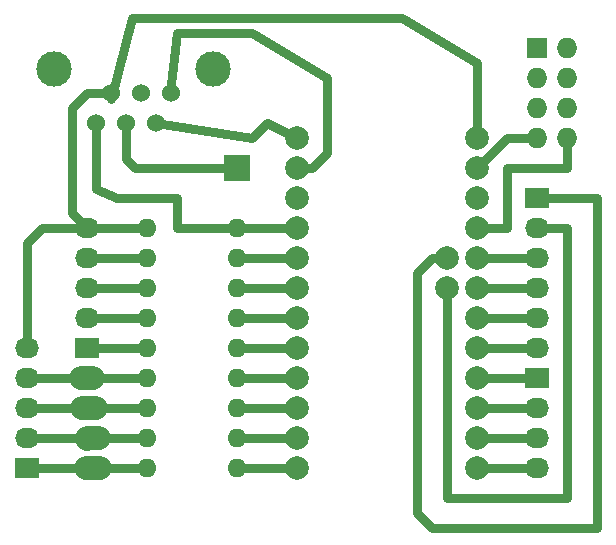
<source format=gbr>
G04 #@! TF.FileFunction,Copper,L1,Top,Signal*
%FSLAX46Y46*%
G04 Gerber Fmt 4.6, Leading zero omitted, Abs format (unit mm)*
G04 Created by KiCad (PCBNEW 4.0.2+dfsg1-stable) date Аўт 17 Тра 2016 11:54:28*
%MOMM*%
G01*
G04 APERTURE LIST*
%ADD10C,0.100000*%
%ADD11C,1.524000*%
%ADD12C,2.999740*%
%ADD13R,2.032000X1.727200*%
%ADD14O,2.032000X1.727200*%
%ADD15O,1.600000X1.600000*%
%ADD16C,2.000000*%
%ADD17R,1.727200X1.727200*%
%ADD18O,1.727200X1.727200*%
%ADD19R,2.235200X2.235200*%
%ADD20C,0.750000*%
%ADD21C,2.000000*%
G04 APERTURE END LIST*
D10*
D11*
X122682000Y-59690000D03*
X125222000Y-59690000D03*
X120142000Y-59690000D03*
X126492000Y-57150000D03*
X123952000Y-57150000D03*
X121412000Y-57150000D03*
D12*
X116586000Y-55118000D03*
X130048000Y-55118000D03*
D13*
X119380000Y-78740000D03*
D14*
X119380000Y-76200000D03*
X119380000Y-73660000D03*
X119380000Y-71120000D03*
X119380000Y-68580000D03*
D13*
X157480000Y-81280000D03*
D14*
X157480000Y-83820000D03*
X157480000Y-86360000D03*
X157480000Y-88900000D03*
D13*
X157480000Y-66040000D03*
D14*
X157480000Y-68580000D03*
X157480000Y-71120000D03*
X157480000Y-73660000D03*
X157480000Y-76200000D03*
X157480000Y-78740000D03*
D13*
X114300000Y-88900000D03*
D14*
X114300000Y-86360000D03*
X114300000Y-83820000D03*
X114300000Y-81280000D03*
X114300000Y-78740000D03*
D15*
X132080000Y-88900000D03*
X132080000Y-86360000D03*
X132080000Y-83820000D03*
X132080000Y-81280000D03*
X132080000Y-78740000D03*
X132080000Y-76200000D03*
X132080000Y-73660000D03*
X132080000Y-71120000D03*
X132080000Y-68580000D03*
X124460000Y-68580000D03*
X124460000Y-71120000D03*
X124460000Y-73660000D03*
X124460000Y-76200000D03*
X124460000Y-78740000D03*
X124460000Y-81280000D03*
X124460000Y-83820000D03*
X124460000Y-86360000D03*
X124460000Y-88900000D03*
D16*
X152400000Y-60960000D03*
X152400000Y-63500000D03*
X152400000Y-66040000D03*
X152400000Y-68580000D03*
X152400000Y-71120000D03*
X152400000Y-81280000D03*
X152400000Y-83820000D03*
X152400000Y-86360000D03*
X152400000Y-88900000D03*
X149860000Y-71120000D03*
X149860000Y-73660000D03*
X137160000Y-81280000D03*
X137160000Y-78740000D03*
X137160000Y-76200000D03*
X137160000Y-73660000D03*
X137160000Y-71120000D03*
X137160000Y-68580000D03*
X137160000Y-66040000D03*
X137160000Y-63500000D03*
X137160000Y-60960000D03*
X137160000Y-83820000D03*
X137160000Y-86360000D03*
X137160000Y-88900000D03*
X152400000Y-73660000D03*
X152400000Y-76200000D03*
X152400000Y-78740000D03*
D17*
X157480000Y-53340000D03*
D18*
X160020000Y-53340000D03*
X157480000Y-55880000D03*
X160020000Y-55880000D03*
X157480000Y-58420000D03*
X160020000Y-58420000D03*
X157480000Y-60960000D03*
X160020000Y-60960000D03*
D19*
X132080000Y-63500000D03*
D20*
X124460000Y-78740000D02*
X119380000Y-78740000D01*
X119380000Y-76200000D02*
X124460000Y-76200000D01*
X124460000Y-73660000D02*
X119380000Y-73660000D01*
X124460000Y-71120000D02*
X119380000Y-71120000D01*
X157480000Y-66040000D02*
X162560000Y-66040000D01*
X148590000Y-71120000D02*
X149860000Y-71120000D01*
X147320000Y-72390000D02*
X148590000Y-71120000D01*
X147320000Y-92710000D02*
X147320000Y-72390000D01*
X148590000Y-93980000D02*
X147320000Y-92710000D01*
X162560000Y-93980000D02*
X148590000Y-93980000D01*
X162560000Y-66040000D02*
X162560000Y-93980000D01*
X149860000Y-73660000D02*
X149860000Y-91440000D01*
X160020000Y-68580000D02*
X157480000Y-68580000D01*
X160020000Y-91440000D02*
X160020000Y-68580000D01*
X149860000Y-91440000D02*
X160020000Y-91440000D01*
X152400000Y-71120000D02*
X157480000Y-71120000D01*
X152400000Y-73660000D02*
X157480000Y-73660000D01*
X157480000Y-76200000D02*
X152400000Y-76200000D01*
X152400000Y-78740000D02*
X157480000Y-78740000D01*
X132080000Y-88900000D02*
X137160000Y-88900000D01*
X137160000Y-86360000D02*
X132080000Y-86360000D01*
X132080000Y-83820000D02*
X137160000Y-83820000D01*
X137160000Y-81280000D02*
X132080000Y-81280000D01*
X132080000Y-78740000D02*
X137160000Y-78740000D01*
X137160000Y-76200000D02*
X132080000Y-76200000D01*
X137160000Y-73660000D02*
X132080000Y-73660000D01*
X132080000Y-71120000D02*
X137160000Y-71120000D01*
X152400000Y-81280000D02*
X157480000Y-81280000D01*
X157480000Y-83820000D02*
X152400000Y-83820000D01*
X152400000Y-86360000D02*
X157480000Y-86360000D01*
X157480000Y-88900000D02*
X152400000Y-88900000D01*
D21*
X119888000Y-81280000D02*
X118872000Y-81280000D01*
D20*
X119888000Y-81280000D02*
X124460000Y-81280000D01*
X114300000Y-81280000D02*
X118872000Y-81280000D01*
D21*
X120192800Y-83820000D02*
X118973600Y-83820000D01*
D20*
X124460000Y-83820000D02*
X120192800Y-83820000D01*
X118973600Y-83820000D02*
X114300000Y-83820000D01*
D21*
X120446800Y-86360000D02*
X119481600Y-86360000D01*
X119380000Y-86461600D02*
X119380000Y-86360000D01*
X119481600Y-86360000D02*
X119380000Y-86461600D01*
D20*
X114300000Y-86360000D02*
X119380000Y-86360000D01*
X120446800Y-86360000D02*
X124460000Y-86360000D01*
D21*
X120497600Y-88900000D02*
X119329200Y-88900000D01*
D20*
X124460000Y-88900000D02*
X120497600Y-88900000D01*
X119329200Y-88900000D02*
X114300000Y-88900000D01*
X122682000Y-59690000D02*
X122682000Y-62738000D01*
X123444000Y-63500000D02*
X132080000Y-63500000D01*
X122682000Y-62738000D02*
X123444000Y-63500000D01*
X125222000Y-59690000D02*
X133350000Y-60960000D01*
X134620000Y-59690000D02*
X137160000Y-60960000D01*
X133350000Y-60960000D02*
X134620000Y-59690000D01*
X132080000Y-68580000D02*
X127000000Y-68580000D01*
X120142000Y-65278000D02*
X120142000Y-59690000D01*
X121920000Y-66040000D02*
X120142000Y-65278000D01*
X127000000Y-66040000D02*
X121920000Y-66040000D01*
X127000000Y-68580000D02*
X127000000Y-66040000D01*
X137160000Y-68580000D02*
X132080000Y-68580000D01*
X126492000Y-57150000D02*
X126492000Y-56388000D01*
X138430000Y-63500000D02*
X137160000Y-63500000D01*
X139700000Y-62230000D02*
X138430000Y-63500000D01*
X139700000Y-55880000D02*
X139700000Y-62230000D01*
X133350000Y-52070000D02*
X139700000Y-55880000D01*
X127000000Y-52070000D02*
X133350000Y-52070000D01*
X126492000Y-56388000D02*
X127000000Y-52070000D01*
X121412000Y-57150000D02*
X119380000Y-57150000D01*
X118110000Y-67310000D02*
X119380000Y-68580000D01*
X118110000Y-58420000D02*
X118110000Y-67310000D01*
X119380000Y-57150000D02*
X118110000Y-58420000D01*
X114300000Y-78740000D02*
X114300000Y-69850000D01*
X115570000Y-68580000D02*
X119380000Y-68580000D01*
X114300000Y-69850000D02*
X115570000Y-68580000D01*
X152400000Y-54610000D02*
X152400000Y-60960000D01*
X146050000Y-50800000D02*
X152400000Y-54610000D01*
X123190000Y-50800000D02*
X146050000Y-50800000D01*
X121412000Y-57658000D02*
X123190000Y-50800000D01*
X118110000Y-68580000D02*
X124460000Y-68580000D01*
X118110000Y-68580000D02*
X119380000Y-68580000D01*
X157480000Y-60960000D02*
X154940000Y-60960000D01*
X154940000Y-60960000D02*
X152400000Y-63500000D01*
X152400000Y-68580000D02*
X154940000Y-68580000D01*
X160020000Y-63500000D02*
X160020000Y-60960000D01*
X154940000Y-63500000D02*
X160020000Y-63500000D01*
X154940000Y-68580000D02*
X154940000Y-63500000D01*
M02*

</source>
